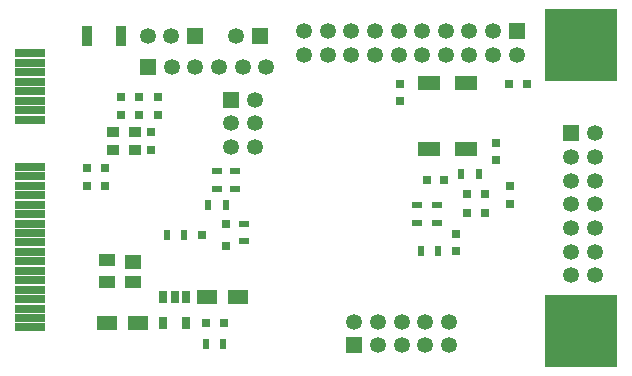
<source format=gbr>
G04 #@! TF.FileFunction,Soldermask,Bot*
%FSLAX46Y46*%
G04 Gerber Fmt 4.6, Leading zero omitted, Abs format (unit mm)*
G04 Created by KiCad (PCBNEW 4.0.2+e4-6225~38~ubuntu14.04.1-stable) date Wed 15 Jun 2016 03:03:26 PM ART*
%MOMM*%
G01*
G04 APERTURE LIST*
%ADD10C,0.100000*%
%ADD11R,0.900000X0.500000*%
%ADD12R,1.905000X1.270000*%
%ADD13R,1.800000X1.230000*%
%ADD14R,0.800000X0.750000*%
%ADD15R,0.750000X0.800000*%
%ADD16R,0.500000X0.900000*%
%ADD17R,2.500000X0.800000*%
%ADD18R,1.399540X1.198880*%
%ADD19R,1.399540X1.000760*%
%ADD20R,0.900000X1.700000*%
%ADD21R,1.000000X0.900000*%
%ADD22R,6.104800X6.104800*%
%ADD23R,0.650000X1.060000*%
%ADD24R,1.350000X1.350000*%
%ADD25C,1.350000*%
%ADD26R,0.800100X0.800100*%
G04 APERTURE END LIST*
D10*
D11*
X84900000Y-117950000D03*
X84900000Y-116450000D03*
X83200000Y-117950000D03*
X83200000Y-116450000D03*
X68550000Y-119520000D03*
X68550000Y-118020000D03*
D12*
X87400000Y-106100000D03*
X87400000Y-111688000D03*
X84225000Y-111688000D03*
X84225000Y-106100000D03*
D13*
X56990000Y-126400000D03*
X59610000Y-126400000D03*
D14*
X55330000Y-114820000D03*
X56830000Y-114820000D03*
D15*
X58140000Y-108810000D03*
X58140000Y-107310000D03*
X60750000Y-111780000D03*
X60750000Y-110280000D03*
X59705000Y-107315000D03*
X59705000Y-108815000D03*
X61280000Y-107315000D03*
X61280000Y-108815000D03*
X81800000Y-106150000D03*
X81800000Y-107650000D03*
D14*
X91050000Y-106200000D03*
X92550000Y-106200000D03*
X88950000Y-117100000D03*
X87450000Y-117100000D03*
X88950000Y-115500000D03*
X87450000Y-115500000D03*
D15*
X86500000Y-120350000D03*
X86500000Y-118850000D03*
X91100000Y-114850000D03*
X91100000Y-116350000D03*
X89900000Y-111150000D03*
X89900000Y-112650000D03*
D14*
X84050000Y-114300000D03*
X85550000Y-114300000D03*
D16*
X65325000Y-128175000D03*
X66825000Y-128175000D03*
X88450000Y-113800000D03*
X86950000Y-113800000D03*
D17*
X50450000Y-103600000D03*
X50450000Y-104400000D03*
X50450000Y-105200000D03*
X50450000Y-106000000D03*
X50450000Y-106800000D03*
X50450000Y-107600000D03*
X50450000Y-108400000D03*
X50450000Y-109200000D03*
X50450000Y-113200000D03*
X50450000Y-114000000D03*
X50450000Y-114800000D03*
X50450000Y-115600000D03*
X50450000Y-116400000D03*
X50450000Y-117200000D03*
X50450000Y-118000000D03*
X50450000Y-118800000D03*
X50450000Y-119600000D03*
X50450000Y-120400000D03*
X50450000Y-121200000D03*
X50450000Y-122000000D03*
X50450000Y-122800000D03*
X50450000Y-123600000D03*
X50450000Y-124400000D03*
X50450000Y-125200000D03*
X50450000Y-126000000D03*
X50450000Y-126800000D03*
D16*
X85050000Y-120300000D03*
X83550000Y-120300000D03*
X62045000Y-118965000D03*
X63545000Y-118965000D03*
X67020000Y-116430000D03*
X65520000Y-116430000D03*
D18*
X59199820Y-121230380D03*
D19*
X59199820Y-122949960D03*
X57000180Y-122949960D03*
X57000180Y-121050040D03*
D20*
X58200000Y-102100000D03*
X55300000Y-102100000D03*
D21*
X59380000Y-111780000D03*
X57530000Y-111780000D03*
X59380000Y-110230000D03*
X57530000Y-110230000D03*
D22*
X97100000Y-127100000D03*
X97100000Y-102900000D03*
D14*
X65350000Y-126400000D03*
X66850000Y-126400000D03*
D23*
X61750000Y-124200000D03*
X62700000Y-124200000D03*
X63650000Y-124200000D03*
X63650000Y-126400000D03*
X61750000Y-126400000D03*
D14*
X55330000Y-113260000D03*
X56830000Y-113260000D03*
D24*
X96300000Y-110375000D03*
D25*
X96300000Y-112375000D03*
X96300000Y-114375000D03*
X96300000Y-116375000D03*
X96300000Y-118375000D03*
X96300000Y-120375000D03*
X96300000Y-122375000D03*
X98300000Y-110375000D03*
X98300000Y-112375000D03*
X98300000Y-114375000D03*
X98300000Y-116375000D03*
X98300000Y-118375000D03*
X98300000Y-120375000D03*
X98300000Y-122375000D03*
D24*
X69900000Y-102100000D03*
D25*
X67900000Y-102100000D03*
D24*
X77925000Y-128300000D03*
D25*
X79925000Y-128300000D03*
X81925000Y-128300000D03*
X83925000Y-128300000D03*
X85925000Y-128300000D03*
X77925000Y-126300000D03*
X79925000Y-126300000D03*
X81925000Y-126300000D03*
X83925000Y-126300000D03*
X85925000Y-126300000D03*
D24*
X60460000Y-104770000D03*
D25*
X62460000Y-104770000D03*
X64460000Y-104770000D03*
X66460000Y-104770000D03*
X68460000Y-104770000D03*
X70460000Y-104770000D03*
D26*
X67020760Y-118010000D03*
X67020760Y-119910000D03*
X65021780Y-118960000D03*
D13*
X68110000Y-124200000D03*
X65490000Y-124200000D03*
D24*
X64420000Y-102120000D03*
D25*
X62420000Y-102120000D03*
X60420000Y-102120000D03*
D24*
X91675000Y-101725000D03*
D25*
X89675000Y-101725000D03*
X87675000Y-101725000D03*
X85675000Y-101725000D03*
X83675000Y-101725000D03*
X81675000Y-101725000D03*
X79675000Y-101725000D03*
X77675000Y-101725000D03*
X75675000Y-101725000D03*
X73675000Y-101725000D03*
X91675000Y-103725000D03*
X89675000Y-103725000D03*
X87675000Y-103725000D03*
X85675000Y-103725000D03*
X83675000Y-103725000D03*
X81675000Y-103725000D03*
X79675000Y-103725000D03*
X77675000Y-103725000D03*
X75675000Y-103725000D03*
X73675000Y-103725000D03*
D24*
X67475000Y-107525000D03*
D25*
X67475000Y-109525000D03*
X67475000Y-111525000D03*
X69475000Y-107525000D03*
X69475000Y-109525000D03*
X69475000Y-111525000D03*
D11*
X66300000Y-113550000D03*
X66300000Y-115050000D03*
X67800000Y-113550000D03*
X67800000Y-115050000D03*
M02*

</source>
